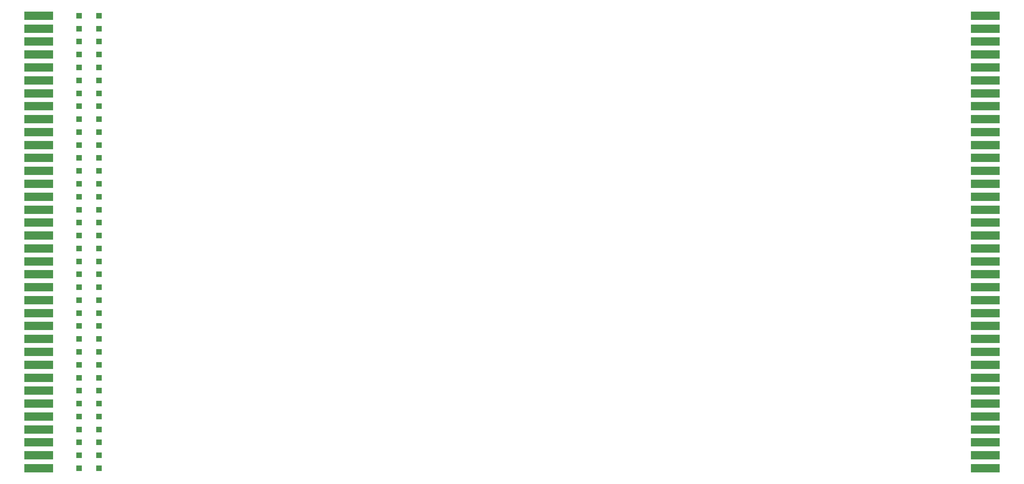
<source format=gbr>
%TF.GenerationSoftware,KiCad,Pcbnew,8.0.2*%
%TF.CreationDate,2024-05-24T22:49:43+02:00*%
%TF.ProjectId,Extender_72pin,45787465-6e64-4657-925f-373270696e2e,rev?*%
%TF.SameCoordinates,Original*%
%TF.FileFunction,Soldermask,Bot*%
%TF.FilePolarity,Negative*%
%FSLAX46Y46*%
G04 Gerber Fmt 4.6, Leading zero omitted, Abs format (unit mm)*
G04 Created by KiCad (PCBNEW 8.0.2) date 2024-05-24 22:49:43*
%MOMM*%
%LPD*%
G01*
G04 APERTURE LIST*
%ADD10R,8.800000X2.600000*%
%ADD11R,1.700000X1.700000*%
G04 APERTURE END LIST*
D10*
%TO.C,J2*%
X57400000Y-181500000D03*
X57400000Y-177540000D03*
X57400000Y-173580000D03*
X57400000Y-169620000D03*
X57400000Y-165660000D03*
X57400000Y-161700000D03*
X57400000Y-157740000D03*
X57400000Y-153780000D03*
X57400000Y-149820000D03*
X57400000Y-145860000D03*
X57400000Y-141900000D03*
X57400000Y-137940000D03*
X57400000Y-133980000D03*
X57400000Y-130020000D03*
X57400000Y-126060000D03*
X57400000Y-122100000D03*
X57400000Y-118140000D03*
X57400000Y-114180000D03*
X57400000Y-110220000D03*
X57400000Y-106260000D03*
X57400000Y-102300000D03*
X57400000Y-98340000D03*
X57400000Y-94380000D03*
X57400000Y-90420000D03*
X57400000Y-86460000D03*
X57400000Y-82500000D03*
X57400000Y-78540000D03*
X57400000Y-74580000D03*
X57400000Y-70620000D03*
X57400000Y-66660000D03*
X57400000Y-62700000D03*
X57400000Y-58740000D03*
X57400000Y-54780000D03*
X57400000Y-50820000D03*
X57400000Y-46860000D03*
X57400000Y-42900000D03*
%TD*%
D11*
%TO.C,J74*%
X75820000Y-42900000D03*
%TD*%
%TO.C,J54*%
X75820000Y-90420000D03*
%TD*%
%TO.C,J66*%
X69730000Y-42900000D03*
%TD*%
%TO.C,J6*%
X69730000Y-169620000D03*
%TD*%
%TO.C,J73*%
X75820000Y-46860000D03*
%TD*%
%TO.C,J48*%
X75820000Y-114180000D03*
%TD*%
%TO.C,J37*%
X75820000Y-157740000D03*
%TD*%
D10*
%TO.C,J1*%
X347290000Y-181500000D03*
X347290000Y-177540000D03*
X347290000Y-173580000D03*
X347290000Y-169620000D03*
X347290000Y-165660000D03*
X347290000Y-161700000D03*
X347290000Y-157740000D03*
X347290000Y-153780000D03*
X347290000Y-149820000D03*
X347290000Y-145860000D03*
X347290000Y-141900000D03*
X347290000Y-137940000D03*
X347290000Y-133980000D03*
X347290000Y-130020000D03*
X347290000Y-126060000D03*
X347290000Y-122100000D03*
X347290000Y-118140000D03*
X347290000Y-114180000D03*
X347290000Y-110220000D03*
X347290000Y-106260000D03*
X347290000Y-102300000D03*
X347290000Y-98340000D03*
X347290000Y-94380000D03*
X347290000Y-90420000D03*
X347290000Y-86460000D03*
X347290000Y-82500000D03*
X347290000Y-78540000D03*
X347290000Y-74580000D03*
X347290000Y-70620000D03*
X347290000Y-66660000D03*
X347290000Y-62700000D03*
X347290000Y-58740000D03*
X347290000Y-54780000D03*
X347290000Y-50820000D03*
X347290000Y-46860000D03*
X347290000Y-42900000D03*
%TD*%
D11*
%TO.C,J3*%
X69730000Y-181500000D03*
%TD*%
%TO.C,J60*%
X69730000Y-62700000D03*
%TD*%
%TO.C,J28*%
X69730000Y-82500000D03*
%TD*%
%TO.C,J61*%
X69730000Y-58740000D03*
%TD*%
%TO.C,J51*%
X75820000Y-102300000D03*
%TD*%
%TO.C,J27*%
X69730000Y-86460000D03*
%TD*%
%TO.C,J35*%
X75820000Y-165660000D03*
%TD*%
%TO.C,J17*%
X69730000Y-126060000D03*
%TD*%
%TO.C,J59*%
X69730000Y-66660000D03*
%TD*%
%TO.C,J55*%
X75820000Y-86460000D03*
%TD*%
%TO.C,J23*%
X69730000Y-102300000D03*
%TD*%
%TO.C,J22*%
X69730000Y-106260000D03*
%TD*%
%TO.C,J7*%
X69730000Y-165660000D03*
%TD*%
%TO.C,J67*%
X75820000Y-70620000D03*
%TD*%
%TO.C,J15*%
X69730000Y-133980000D03*
%TD*%
%TO.C,J40*%
X75820000Y-145860000D03*
%TD*%
%TO.C,J65*%
X69730000Y-74580000D03*
%TD*%
%TO.C,J21*%
X69730000Y-110220000D03*
%TD*%
%TO.C,J11*%
X69730000Y-149820000D03*
%TD*%
%TO.C,J68*%
X75820000Y-66660000D03*
%TD*%
%TO.C,J12*%
X69730000Y-145860000D03*
%TD*%
%TO.C,J29*%
X69730000Y-78540000D03*
%TD*%
%TO.C,J49*%
X75820000Y-110220000D03*
%TD*%
%TO.C,J72*%
X75820000Y-50820000D03*
%TD*%
%TO.C,J19*%
X69730000Y-118140000D03*
%TD*%
%TO.C,J39*%
X75820000Y-149820000D03*
%TD*%
%TO.C,J5*%
X69730000Y-173580000D03*
%TD*%
%TO.C,J24*%
X69730000Y-98340000D03*
%TD*%
%TO.C,J8*%
X69730000Y-161700000D03*
%TD*%
%TO.C,J38*%
X75820000Y-153780000D03*
%TD*%
%TO.C,J9*%
X69730000Y-157740000D03*
%TD*%
%TO.C,J69*%
X75820000Y-62700000D03*
%TD*%
%TO.C,J71*%
X75820000Y-54780000D03*
%TD*%
%TO.C,J47*%
X75820000Y-118140000D03*
%TD*%
%TO.C,J33*%
X75820000Y-173580000D03*
%TD*%
%TO.C,J13*%
X69730000Y-141900000D03*
%TD*%
%TO.C,J18*%
X69730000Y-122100000D03*
%TD*%
%TO.C,J16*%
X69730000Y-130020000D03*
%TD*%
%TO.C,J36*%
X75820000Y-161700000D03*
%TD*%
%TO.C,J43*%
X75820000Y-133980000D03*
%TD*%
%TO.C,J10*%
X69730000Y-153780000D03*
%TD*%
%TO.C,J32*%
X75820000Y-177540000D03*
%TD*%
%TO.C,J50*%
X75820000Y-106260000D03*
%TD*%
%TO.C,J52*%
X75820000Y-98340000D03*
%TD*%
%TO.C,J44*%
X75820000Y-130020000D03*
%TD*%
%TO.C,J4*%
X69730000Y-177540000D03*
%TD*%
%TO.C,J56*%
X75820000Y-82500000D03*
%TD*%
%TO.C,J25*%
X69730000Y-94380000D03*
%TD*%
%TO.C,J26*%
X69730000Y-90420000D03*
%TD*%
%TO.C,J53*%
X75820000Y-94380000D03*
%TD*%
%TO.C,J63*%
X69730000Y-50820000D03*
%TD*%
%TO.C,J42*%
X75820000Y-137940000D03*
%TD*%
%TO.C,J58*%
X75820000Y-74580000D03*
%TD*%
%TO.C,J57*%
X75820000Y-78540000D03*
%TD*%
%TO.C,J46*%
X75820000Y-122100000D03*
%TD*%
%TO.C,J70*%
X75820000Y-58740000D03*
%TD*%
%TO.C,J41*%
X75820000Y-141900000D03*
%TD*%
%TO.C,J14*%
X69730000Y-137940000D03*
%TD*%
%TO.C,J34*%
X75820000Y-169620000D03*
%TD*%
%TO.C,J45*%
X75820000Y-126060000D03*
%TD*%
%TO.C,J20*%
X69730000Y-114180000D03*
%TD*%
%TO.C,J31*%
X75820000Y-181500000D03*
%TD*%
%TO.C,J64*%
X69730000Y-46860000D03*
%TD*%
%TO.C,J30*%
X69730000Y-70620000D03*
%TD*%
%TO.C,J62*%
X69730000Y-54780000D03*
%TD*%
M02*

</source>
